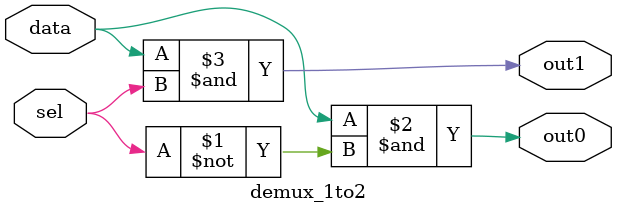
<source format=v>
module demux_1to2 (
    input wire data,
    input wire sel,
    output wire out0,
    output wire out1
);

assign out0 = data & ~sel;
assign out1 = data & sel;

endmodule

</source>
